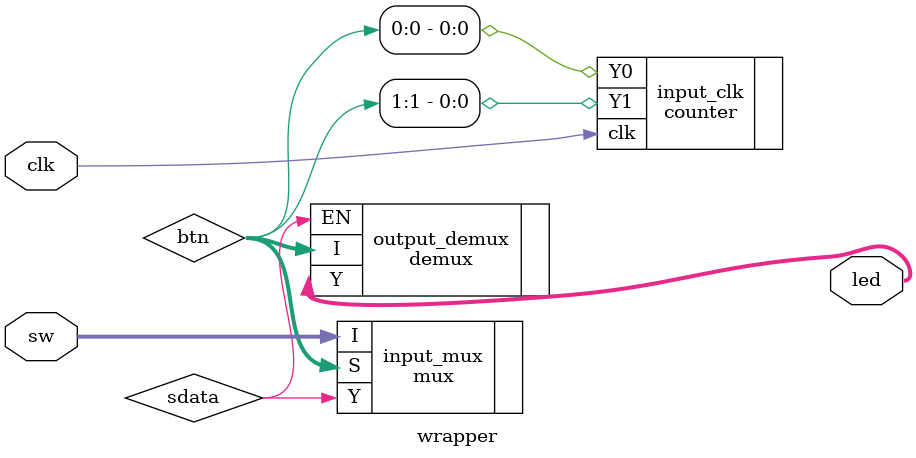
<source format=v>
module wrapper(
    input [3:0]sw,
    input  clk,
    output  [3:0]led
);

wire sdata;
wire [1:0] btn;
counter input_clk(
    .clk(clk),
    .Y1(btn[1]),
    .Y0(btn[0])
);
mux input_mux(
    .I(sw),
    .S(btn),
    .Y(sdata)
);
demux output_demux(
    .EN(sdata),
    .I(btn),
    .Y(led)
);

endmodule
</source>
